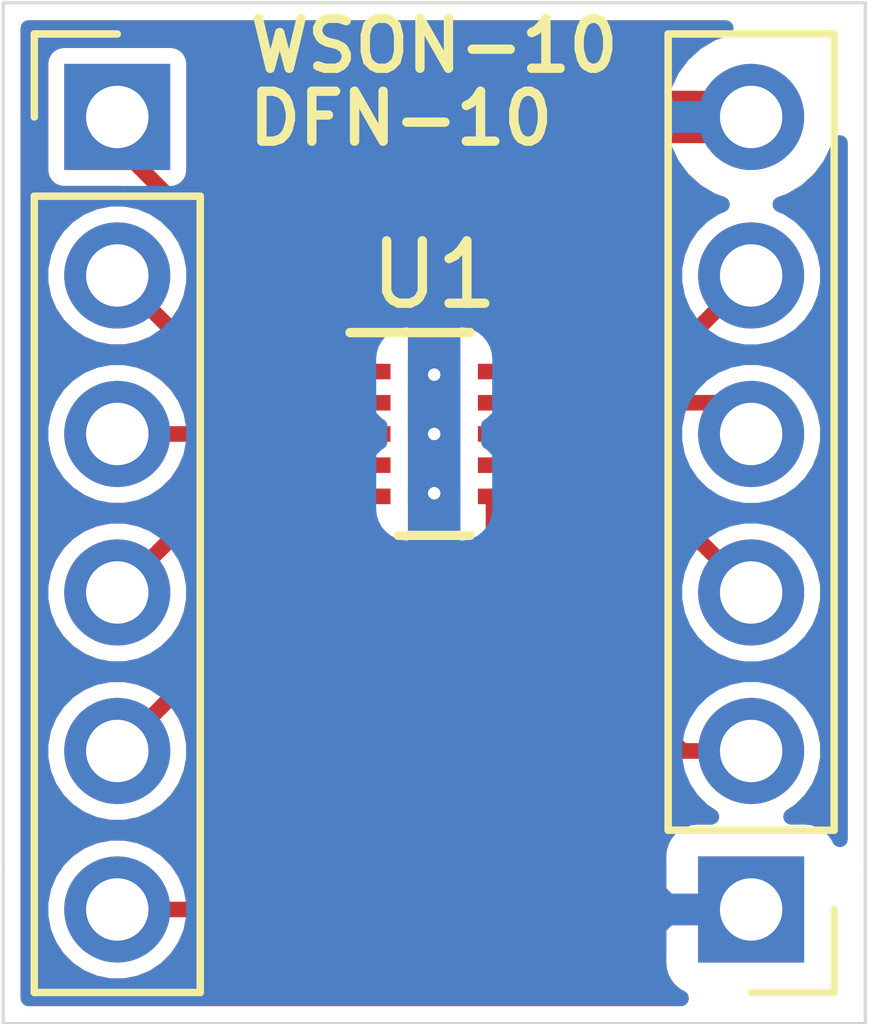
<source format=kicad_pcb>
(kicad_pcb (version 20171130) (host pcbnew "(5.1.5-0-10_14)")

  (general
    (thickness 1.6)
    (drawings 8)
    (tracks 34)
    (zones 0)
    (modules 3)
    (nets 12)
  )

  (page A4)
  (layers
    (0 F.Cu signal)
    (31 B.Cu signal)
    (32 B.Adhes user)
    (33 F.Adhes user)
    (34 B.Paste user)
    (35 F.Paste user)
    (36 B.SilkS user)
    (37 F.SilkS user)
    (38 B.Mask user)
    (39 F.Mask user)
    (40 Dwgs.User user)
    (41 Cmts.User user)
    (42 Eco1.User user)
    (43 Eco2.User user)
    (44 Edge.Cuts user)
    (45 Margin user)
    (46 B.CrtYd user)
    (47 F.CrtYd user)
    (48 B.Fab user)
    (49 F.Fab user)
  )

  (setup
    (last_trace_width 0.84)
    (user_trace_width 0.25)
    (user_trace_width 0.84)
    (trace_clearance 0.2)
    (zone_clearance 0.254)
    (zone_45_only no)
    (trace_min 0.2)
    (via_size 0.8)
    (via_drill 0.4)
    (via_min_size 0.4)
    (via_min_drill 0.3)
    (uvia_size 0.3)
    (uvia_drill 0.1)
    (uvias_allowed no)
    (uvia_min_size 0.2)
    (uvia_min_drill 0.1)
    (edge_width 0.05)
    (segment_width 0.2)
    (pcb_text_width 0.3)
    (pcb_text_size 1.5 1.5)
    (mod_edge_width 0.12)
    (mod_text_size 1 1)
    (mod_text_width 0.15)
    (pad_size 1.524 1.524)
    (pad_drill 0.762)
    (pad_to_mask_clearance 0.051)
    (solder_mask_min_width 0.25)
    (aux_axis_origin 0 0)
    (visible_elements FFFFFF7F)
    (pcbplotparams
      (layerselection 0x010fc_ffffffff)
      (usegerberextensions false)
      (usegerberattributes false)
      (usegerberadvancedattributes false)
      (creategerberjobfile false)
      (excludeedgelayer true)
      (linewidth 0.100000)
      (plotframeref false)
      (viasonmask false)
      (mode 1)
      (useauxorigin false)
      (hpglpennumber 1)
      (hpglpenspeed 20)
      (hpglpendiameter 15.000000)
      (psnegative false)
      (psa4output false)
      (plotreference true)
      (plotvalue true)
      (plotinvisibletext false)
      (padsonsilk false)
      (subtractmaskfromsilk false)
      (outputformat 1)
      (mirror false)
      (drillshape 1)
      (scaleselection 1)
      (outputdirectory ""))
  )

  (net 0 "")
  (net 1 PAD)
  (net 2 VOS)
  (net 3 SW)
  (net 4 nSLEEP)
  (net 5 PG)
  (net 6 AGND)
  (net 7 FB)
  (net 8 EN)
  (net 9 VIN)
  (net 10 PGND)
  (net 11 NC)

  (net_class Default "This is the default net class."
    (clearance 0.2)
    (trace_width 0.25)
    (via_dia 0.8)
    (via_drill 0.4)
    (uvia_dia 0.3)
    (uvia_drill 0.1)
    (add_net AGND)
    (add_net EN)
    (add_net FB)
    (add_net NC)
    (add_net PAD)
    (add_net PG)
    (add_net PGND)
    (add_net SW)
    (add_net VIN)
    (add_net VOS)
    (add_net nSLEEP)
  )

  (module Connector_PinHeader_2.54mm:PinHeader_1x06_P2.54mm_Vertical (layer F.Cu) (tedit 59FED5CC) (tstamp 5ED7F8DB)
    (at 72.2376 64.516 180)
    (descr "Through hole straight pin header, 1x06, 2.54mm pitch, single row")
    (tags "Through hole pin header THT 1x06 2.54mm single row")
    (path /5ED943AD)
    (fp_text reference J2 (at 0 -2.33) (layer F.SilkS) hide
      (effects (font (size 1 1) (thickness 0.15)))
    )
    (fp_text value Conn_01x06_Male (at 0 15.03) (layer F.Fab) hide
      (effects (font (size 1 1) (thickness 0.15)))
    )
    (fp_text user %R (at 0 6.35 90) (layer F.Fab) hide
      (effects (font (size 1 1) (thickness 0.15)))
    )
    (fp_line (start 1.8 -1.8) (end -1.8 -1.8) (layer F.CrtYd) (width 0.05))
    (fp_line (start 1.8 14.5) (end 1.8 -1.8) (layer F.CrtYd) (width 0.05))
    (fp_line (start -1.8 14.5) (end 1.8 14.5) (layer F.CrtYd) (width 0.05))
    (fp_line (start -1.8 -1.8) (end -1.8 14.5) (layer F.CrtYd) (width 0.05))
    (fp_line (start -1.33 -1.33) (end 0 -1.33) (layer F.SilkS) (width 0.12))
    (fp_line (start -1.33 0) (end -1.33 -1.33) (layer F.SilkS) (width 0.12))
    (fp_line (start -1.33 1.27) (end 1.33 1.27) (layer F.SilkS) (width 0.12))
    (fp_line (start 1.33 1.27) (end 1.33 14.03) (layer F.SilkS) (width 0.12))
    (fp_line (start -1.33 1.27) (end -1.33 14.03) (layer F.SilkS) (width 0.12))
    (fp_line (start -1.33 14.03) (end 1.33 14.03) (layer F.SilkS) (width 0.12))
    (fp_line (start -1.27 -0.635) (end -0.635 -1.27) (layer F.Fab) (width 0.1))
    (fp_line (start -1.27 13.97) (end -1.27 -0.635) (layer F.Fab) (width 0.1))
    (fp_line (start 1.27 13.97) (end -1.27 13.97) (layer F.Fab) (width 0.1))
    (fp_line (start 1.27 -1.27) (end 1.27 13.97) (layer F.Fab) (width 0.1))
    (fp_line (start -0.635 -1.27) (end 1.27 -1.27) (layer F.Fab) (width 0.1))
    (pad 6 thru_hole oval (at 0 12.7 180) (size 1.7 1.7) (drill 1) (layers *.Cu *.Mask)
      (net 1 PAD))
    (pad 5 thru_hole oval (at 0 10.16 180) (size 1.7 1.7) (drill 1) (layers *.Cu *.Mask)
      (net 2 VOS))
    (pad 4 thru_hole oval (at 0 7.62 180) (size 1.7 1.7) (drill 1) (layers *.Cu *.Mask)
      (net 3 SW))
    (pad 3 thru_hole oval (at 0 5.08 180) (size 1.7 1.7) (drill 1) (layers *.Cu *.Mask)
      (net 4 nSLEEP))
    (pad 2 thru_hole oval (at 0 2.54 180) (size 1.7 1.7) (drill 1) (layers *.Cu *.Mask)
      (net 5 PG))
    (pad 1 thru_hole rect (at 0 0 180) (size 1.7 1.7) (drill 1) (layers *.Cu *.Mask)
      (net 1 PAD))
    (model ${KISYS3DMOD}/Connector_PinHeader_2.54mm.3dshapes/PinHeader_1x06_P2.54mm_Vertical.wrl
      (at (xyz 0 0 0))
      (scale (xyz 1 1 1))
      (rotate (xyz 0 0 0))
    )
  )

  (module Connector_PinHeader_2.54mm:PinHeader_1x06_P2.54mm_Vertical (layer F.Cu) (tedit 59FED5CC) (tstamp 5ED7F8C1)
    (at 62.0776 51.816)
    (descr "Through hole straight pin header, 1x06, 2.54mm pitch, single row")
    (tags "Through hole pin header THT 1x06 2.54mm single row")
    (path /5ED9287E)
    (fp_text reference J1 (at 0 -2.33) (layer F.SilkS) hide
      (effects (font (size 1 1) (thickness 0.15)))
    )
    (fp_text value Conn_01x06_Male (at 0 15.03) (layer F.Fab) hide
      (effects (font (size 1 1) (thickness 0.15)))
    )
    (fp_text user %R (at 0 6.35 90) (layer F.Fab) hide
      (effects (font (size 1 1) (thickness 0.15)))
    )
    (fp_line (start 1.8 -1.8) (end -1.8 -1.8) (layer F.CrtYd) (width 0.05))
    (fp_line (start 1.8 14.5) (end 1.8 -1.8) (layer F.CrtYd) (width 0.05))
    (fp_line (start -1.8 14.5) (end 1.8 14.5) (layer F.CrtYd) (width 0.05))
    (fp_line (start -1.8 -1.8) (end -1.8 14.5) (layer F.CrtYd) (width 0.05))
    (fp_line (start -1.33 -1.33) (end 0 -1.33) (layer F.SilkS) (width 0.12))
    (fp_line (start -1.33 0) (end -1.33 -1.33) (layer F.SilkS) (width 0.12))
    (fp_line (start -1.33 1.27) (end 1.33 1.27) (layer F.SilkS) (width 0.12))
    (fp_line (start 1.33 1.27) (end 1.33 14.03) (layer F.SilkS) (width 0.12))
    (fp_line (start -1.33 1.27) (end -1.33 14.03) (layer F.SilkS) (width 0.12))
    (fp_line (start -1.33 14.03) (end 1.33 14.03) (layer F.SilkS) (width 0.12))
    (fp_line (start -1.27 -0.635) (end -0.635 -1.27) (layer F.Fab) (width 0.1))
    (fp_line (start -1.27 13.97) (end -1.27 -0.635) (layer F.Fab) (width 0.1))
    (fp_line (start 1.27 13.97) (end -1.27 13.97) (layer F.Fab) (width 0.1))
    (fp_line (start 1.27 -1.27) (end 1.27 13.97) (layer F.Fab) (width 0.1))
    (fp_line (start -0.635 -1.27) (end 1.27 -1.27) (layer F.Fab) (width 0.1))
    (pad 6 thru_hole oval (at 0 12.7) (size 1.7 1.7) (drill 1) (layers *.Cu *.Mask)
      (net 6 AGND))
    (pad 5 thru_hole oval (at 0 10.16) (size 1.7 1.7) (drill 1) (layers *.Cu *.Mask)
      (net 7 FB))
    (pad 4 thru_hole oval (at 0 7.62) (size 1.7 1.7) (drill 1) (layers *.Cu *.Mask)
      (net 11 NC))
    (pad 3 thru_hole oval (at 0 5.08) (size 1.7 1.7) (drill 1) (layers *.Cu *.Mask)
      (net 8 EN))
    (pad 2 thru_hole oval (at 0 2.54) (size 1.7 1.7) (drill 1) (layers *.Cu *.Mask)
      (net 9 VIN))
    (pad 1 thru_hole rect (at 0 0) (size 1.7 1.7) (drill 1) (layers *.Cu *.Mask)
      (net 10 PGND))
    (model ${KISYS3DMOD}/Connector_PinHeader_2.54mm.3dshapes/PinHeader_1x06_P2.54mm_Vertical.wrl
      (at (xyz 0 0 0))
      (scale (xyz 1 1 1))
      (rotate (xyz 0 0 0))
    )
  )

  (module Package_SON:WSON-10-1EP_2x3mm_P0.5mm_EP0.84x2.4mm_ThermalVias (layer F.Cu) (tedit 5A65F2FF) (tstamp 5ED7E56C)
    (at 67.1576 56.896)
    (descr "WSON-10 package 2x3mm body, pitch 0.5mm, thermal vias and counter-pad, see http://www.ti.com/lit/ds/symlink/tps62177.pdf")
    (tags "WSON 0.5 thermal vias")
    (path /5ED7E347)
    (attr smd)
    (fp_text reference U1 (at 0 -2.55) (layer F.SilkS)
      (effects (font (size 1 1) (thickness 0.15)))
    )
    (fp_text value TPS62177DQC (at 0 2.55) (layer F.Fab) hide
      (effects (font (size 1 1) (thickness 0.15)))
    )
    (fp_line (start -1.35 -1.625) (end 0.575 -1.625) (layer F.SilkS) (width 0.15))
    (fp_line (start -0.575 1.625) (end 0.575 1.625) (layer F.SilkS) (width 0.15))
    (fp_line (start -1.55 1.8) (end 1.55 1.8) (layer F.CrtYd) (width 0.05))
    (fp_line (start -1.55 -1.8) (end 1.55 -1.8) (layer F.CrtYd) (width 0.05))
    (fp_line (start 1.55 -1.8) (end 1.55 1.8) (layer F.CrtYd) (width 0.05))
    (fp_line (start -1.55 -1.8) (end -1.55 1.8) (layer F.CrtYd) (width 0.05))
    (fp_line (start -1 -0.5) (end 0 -1.5) (layer F.Fab) (width 0.15))
    (fp_line (start -1 1.5) (end -1 -0.5) (layer F.Fab) (width 0.15))
    (fp_line (start 1 1.5) (end -1 1.5) (layer F.Fab) (width 0.15))
    (fp_line (start 1 -1.5) (end 1 1.5) (layer F.Fab) (width 0.15))
    (fp_line (start 0 -1.5) (end 1 -1.5) (layer F.Fab) (width 0.15))
    (fp_text user %R (at 0 0) (layer F.Fab) hide
      (effects (font (size 0.5 0.5) (thickness 0.075)))
    )
    (pad "" smd rect (at 0 0.475) (size 0.65 0.7) (layers F.Paste))
    (pad "" smd rect (at 0 -0.475) (size 0.65 0.7) (layers F.Paste))
    (pad 11 smd rect (at 0 0) (size 0.84 2.4) (layers F.Cu F.Mask)
      (net 1 PAD))
    (pad 10 smd rect (at 0.95 -1) (size 0.5 0.25) (layers F.Cu F.Paste F.Mask)
      (net 2 VOS))
    (pad 9 smd rect (at 0.95 -0.5) (size 0.5 0.25) (layers F.Cu F.Paste F.Mask)
      (net 3 SW))
    (pad 8 smd rect (at 0.95 0) (size 0.5 0.25) (layers F.Cu F.Paste F.Mask)
      (net 4 nSLEEP))
    (pad 7 smd rect (at 0.95 0.5) (size 0.5 0.25) (layers F.Cu F.Paste F.Mask)
      (net 5 PG))
    (pad 6 smd rect (at 0.95 1) (size 0.5 0.25) (layers F.Cu F.Paste F.Mask)
      (net 6 AGND))
    (pad 5 smd rect (at -0.95 1) (size 0.5 0.25) (layers F.Cu F.Paste F.Mask)
      (net 7 FB))
    (pad 4 smd rect (at -0.95 0.5) (size 0.5 0.25) (layers F.Cu F.Paste F.Mask)
      (net 11 NC))
    (pad 3 smd rect (at -0.95 0) (size 0.5 0.25) (layers F.Cu F.Paste F.Mask)
      (net 8 EN))
    (pad 2 smd rect (at -0.95 -0.5) (size 0.5 0.25) (layers F.Cu F.Paste F.Mask)
      (net 9 VIN))
    (pad 1 smd rect (at -0.95 -1) (size 0.5 0.25) (layers F.Cu F.Paste F.Mask)
      (net 10 PGND))
    (pad 11 smd rect (at 0 0) (size 0.84 2.4) (layers B.Cu)
      (net 1 PAD))
    (pad 11 thru_hole circle (at 0 0) (size 0.5 0.5) (drill 0.2) (layers *.Cu F.Mask)
      (net 1 PAD))
    (pad 11 thru_hole circle (at 0 -0.95) (size 0.5 0.5) (drill 0.2) (layers *.Cu F.Mask)
      (net 1 PAD))
    (pad 11 thru_hole circle (at 0 0.95) (size 0.5 0.5) (drill 0.2) (layers *.Cu F.Mask)
      (net 1 PAD))
    (model ${KISYS3DMOD}/Package_SON.3dshapes/WSON-10-1EP_2x3mm_Pitch0.5mm_EP0.84x2.4mm.wrl
      (at (xyz 0 0 0))
      (scale (xyz 1 1 1))
      (rotate (xyz 0 0 0))
    )
  )

  (gr_line (start 74.0664 63.8048) (end 74.0664 66.3448) (layer Edge.Cuts) (width 0.05) (tstamp 5ED80964))
  (gr_line (start 60.2488 66.3448) (end 74.0664 66.3448) (layer Edge.Cuts) (width 0.05))
  (gr_line (start 60.2488 63.8048) (end 60.2488 66.3448) (layer Edge.Cuts) (width 0.05))
  (gr_text DFN-10 (at 66.6242 51.8414) (layer F.SilkS)
    (effects (font (size 0.8 0.8) (thickness 0.15)))
  )
  (gr_text WSON-10 (at 67.1576 50.673) (layer F.SilkS)
    (effects (font (size 0.8 0.8) (thickness 0.15)))
  )
  (gr_line (start 74.0664 49.9872) (end 60.2488 49.9872) (layer Edge.Cuts) (width 0.05) (tstamp 5ED7F299))
  (gr_line (start 74.0664 63.8048) (end 74.0664 49.9872) (layer Edge.Cuts) (width 0.05))
  (gr_line (start 60.2488 49.9872) (end 60.2488 63.8048) (layer Edge.Cuts) (width 0.05))

  (segment (start 70.1976 51.816) (end 71.035519 51.816) (width 0.84) (layer F.Cu) (net 1))
  (segment (start 67.1576 55.946) (end 67.1576 54.6354) (width 0.84) (layer B.Cu) (net 1))
  (segment (start 67.1576 57.846) (end 67.1576 59.309) (width 0.84) (layer B.Cu) (net 1))
  (segment (start 71.035519 51.816) (end 72.2376 51.816) (width 0.84) (layer F.Cu) (net 1))
  (segment (start 67.1576 56.896) (end 67.1576 54.856) (width 0.84) (layer F.Cu) (net 1))
  (segment (start 67.1576 54.856) (end 70.1976 51.816) (width 0.84) (layer F.Cu) (net 1))
  (segment (start 67.1576 57.846) (end 67.1576 59.3598) (width 0.84) (layer F.Cu) (net 1))
  (segment (start 70.6976 55.896) (end 72.2376 54.356) (width 0.25) (layer F.Cu) (net 2))
  (segment (start 68.1076 55.896) (end 70.6976 55.896) (width 0.25) (layer F.Cu) (net 2))
  (segment (start 71.7376 56.396) (end 72.2376 56.896) (width 0.25) (layer F.Cu) (net 3))
  (segment (start 68.1076 56.396) (end 71.7376 56.396) (width 0.25) (layer F.Cu) (net 3))
  (segment (start 71.387601 58.586001) (end 72.2376 59.436) (width 0.25) (layer F.Cu) (net 4))
  (segment (start 69.747599 56.945999) (end 71.387601 58.586001) (width 0.25) (layer F.Cu) (net 4))
  (segment (start 68.248999 56.945999) (end 69.747599 56.945999) (width 0.25) (layer F.Cu) (net 4))
  (segment (start 68.199 56.896) (end 68.248999 56.945999) (width 0.25) (layer F.Cu) (net 4))
  (segment (start 68.1076 56.896) (end 68.199 56.896) (width 0.25) (layer F.Cu) (net 4))
  (segment (start 68.6076 57.396) (end 70.5866 59.375) (width 0.25) (layer F.Cu) (net 5))
  (segment (start 68.1076 57.396) (end 68.6076 57.396) (width 0.25) (layer F.Cu) (net 5))
  (segment (start 71.1376 61.976) (end 72.2376 61.976) (width 0.25) (layer F.Cu) (net 5))
  (segment (start 70.5866 61.425) (end 71.1376 61.976) (width 0.25) (layer F.Cu) (net 5))
  (segment (start 70.5866 59.375) (end 70.5866 61.425) (width 0.25) (layer F.Cu) (net 5))
  (segment (start 62.0776 64.516) (end 65.6082 64.516) (width 0.25) (layer F.Cu) (net 6))
  (segment (start 68.1076 62.0166) (end 68.1076 57.896) (width 0.25) (layer F.Cu) (net 6))
  (segment (start 65.6082 64.516) (end 68.1076 62.0166) (width 0.25) (layer F.Cu) (net 6))
  (segment (start 66.1576 57.896) (end 66.2076 57.896) (width 0.25) (layer F.Cu) (net 7))
  (segment (start 62.0776 61.976) (end 66.1576 57.896) (width 0.25) (layer F.Cu) (net 7))
  (segment (start 62.0776 56.896) (end 66.2076 56.896) (width 0.25) (layer F.Cu) (net 8))
  (segment (start 64.1176 56.396) (end 66.2076 56.396) (width 0.25) (layer F.Cu) (net 9))
  (segment (start 62.0776 54.356) (end 64.1176 56.396) (width 0.25) (layer F.Cu) (net 9))
  (segment (start 62.0776 52.266) (end 62.0776 51.816) (width 0.25) (layer F.Cu) (net 10))
  (segment (start 65.7076 55.896) (end 62.0776 52.266) (width 0.25) (layer F.Cu) (net 10))
  (segment (start 66.2076 55.896) (end 65.7076 55.896) (width 0.25) (layer F.Cu) (net 10))
  (segment (start 64.1176 57.396) (end 62.0776 59.436) (width 0.25) (layer F.Cu) (net 11))
  (segment (start 66.2076 57.396) (end 64.1176 57.396) (width 0.25) (layer F.Cu) (net 11))

  (zone (net 1) (net_name PAD) (layer B.Cu) (tstamp 0) (hatch edge 0.508)
    (connect_pads (clearance 0.254))
    (min_thickness 0.254)
    (fill yes (arc_segments 32) (thermal_gap 0.508) (thermal_bridge_width 0.508))
    (polygon
      (pts
        (xy 74.1172 49.9872) (xy 74.1426 66.3194) (xy 60.198 66.3702) (xy 60.198 49.9618)
      )
    )
    (filled_polygon
      (pts
        (xy 71.606348 50.471843) (xy 71.356245 50.620822) (xy 71.140012 50.815731) (xy 70.965959 51.04908) (xy 70.840775 51.311901)
        (xy 70.796124 51.45911) (xy 70.917445 51.689) (xy 72.1106 51.689) (xy 72.1106 51.669) (xy 72.3646 51.669)
        (xy 72.3646 51.689) (xy 72.3846 51.689) (xy 72.3846 51.943) (xy 72.3646 51.943) (xy 72.3646 51.963)
        (xy 72.1106 51.963) (xy 72.1106 51.943) (xy 70.917445 51.943) (xy 70.796124 52.17289) (xy 70.840775 52.320099)
        (xy 70.965959 52.58292) (xy 71.140012 52.816269) (xy 71.356245 53.011178) (xy 71.606348 53.160157) (xy 71.768768 53.217772)
        (xy 71.654503 53.265102) (xy 71.452883 53.39982) (xy 71.28142 53.571283) (xy 71.146702 53.772903) (xy 71.053907 53.996931)
        (xy 71.0066 54.234757) (xy 71.0066 54.477243) (xy 71.053907 54.715069) (xy 71.146702 54.939097) (xy 71.28142 55.140717)
        (xy 71.452883 55.31218) (xy 71.654503 55.446898) (xy 71.878531 55.539693) (xy 72.116357 55.587) (xy 72.358843 55.587)
        (xy 72.596669 55.539693) (xy 72.820697 55.446898) (xy 73.022317 55.31218) (xy 73.19378 55.140717) (xy 73.328498 54.939097)
        (xy 73.421293 54.715069) (xy 73.4686 54.477243) (xy 73.4686 54.234757) (xy 73.421293 53.996931) (xy 73.328498 53.772903)
        (xy 73.19378 53.571283) (xy 73.022317 53.39982) (xy 72.820697 53.265102) (xy 72.706432 53.217772) (xy 72.868852 53.160157)
        (xy 73.118955 53.011178) (xy 73.335188 52.816269) (xy 73.509241 52.58292) (xy 73.634425 52.320099) (xy 73.660401 52.23446)
        (xy 73.6604 63.390573) (xy 73.618137 63.311506) (xy 73.538785 63.214815) (xy 73.442094 63.135463) (xy 73.33178 63.076498)
        (xy 73.212082 63.040188) (xy 73.0876 63.027928) (xy 72.877306 63.029073) (xy 73.022317 62.93218) (xy 73.19378 62.760717)
        (xy 73.328498 62.559097) (xy 73.421293 62.335069) (xy 73.4686 62.097243) (xy 73.4686 61.854757) (xy 73.421293 61.616931)
        (xy 73.328498 61.392903) (xy 73.19378 61.191283) (xy 73.022317 61.01982) (xy 72.820697 60.885102) (xy 72.596669 60.792307)
        (xy 72.358843 60.745) (xy 72.116357 60.745) (xy 71.878531 60.792307) (xy 71.654503 60.885102) (xy 71.452883 61.01982)
        (xy 71.28142 61.191283) (xy 71.146702 61.392903) (xy 71.053907 61.616931) (xy 71.0066 61.854757) (xy 71.0066 62.097243)
        (xy 71.053907 62.335069) (xy 71.146702 62.559097) (xy 71.28142 62.760717) (xy 71.452883 62.93218) (xy 71.597894 63.029073)
        (xy 71.3876 63.027928) (xy 71.263118 63.040188) (xy 71.14342 63.076498) (xy 71.033106 63.135463) (xy 70.936415 63.214815)
        (xy 70.857063 63.311506) (xy 70.798098 63.42182) (xy 70.761788 63.541518) (xy 70.749528 63.666) (xy 70.7526 64.23025)
        (xy 70.91135 64.389) (xy 72.1106 64.389) (xy 72.1106 64.369) (xy 72.3646 64.369) (xy 72.3646 64.389)
        (xy 72.3846 64.389) (xy 72.3846 64.643) (xy 72.3646 64.643) (xy 72.3646 64.663) (xy 72.1106 64.663)
        (xy 72.1106 64.643) (xy 70.91135 64.643) (xy 70.7526 64.80175) (xy 70.749528 65.366) (xy 70.761788 65.490482)
        (xy 70.798098 65.61018) (xy 70.857063 65.720494) (xy 70.936415 65.817185) (xy 71.033106 65.896537) (xy 71.112173 65.9388)
        (xy 60.6548 65.9388) (xy 60.6548 64.394757) (xy 60.8466 64.394757) (xy 60.8466 64.637243) (xy 60.893907 64.875069)
        (xy 60.986702 65.099097) (xy 61.12142 65.300717) (xy 61.292883 65.47218) (xy 61.494503 65.606898) (xy 61.718531 65.699693)
        (xy 61.956357 65.747) (xy 62.198843 65.747) (xy 62.436669 65.699693) (xy 62.660697 65.606898) (xy 62.862317 65.47218)
        (xy 63.03378 65.300717) (xy 63.168498 65.099097) (xy 63.261293 64.875069) (xy 63.3086 64.637243) (xy 63.3086 64.394757)
        (xy 63.261293 64.156931) (xy 63.168498 63.932903) (xy 63.03378 63.731283) (xy 62.862317 63.55982) (xy 62.660697 63.425102)
        (xy 62.436669 63.332307) (xy 62.198843 63.285) (xy 61.956357 63.285) (xy 61.718531 63.332307) (xy 61.494503 63.425102)
        (xy 61.292883 63.55982) (xy 61.12142 63.731283) (xy 60.986702 63.932903) (xy 60.893907 64.156931) (xy 60.8466 64.394757)
        (xy 60.6548 64.394757) (xy 60.6548 61.854757) (xy 60.8466 61.854757) (xy 60.8466 62.097243) (xy 60.893907 62.335069)
        (xy 60.986702 62.559097) (xy 61.12142 62.760717) (xy 61.292883 62.93218) (xy 61.494503 63.066898) (xy 61.718531 63.159693)
        (xy 61.956357 63.207) (xy 62.198843 63.207) (xy 62.436669 63.159693) (xy 62.660697 63.066898) (xy 62.862317 62.93218)
        (xy 63.03378 62.760717) (xy 63.168498 62.559097) (xy 63.261293 62.335069) (xy 63.3086 62.097243) (xy 63.3086 61.854757)
        (xy 63.261293 61.616931) (xy 63.168498 61.392903) (xy 63.03378 61.191283) (xy 62.862317 61.01982) (xy 62.660697 60.885102)
        (xy 62.436669 60.792307) (xy 62.198843 60.745) (xy 61.956357 60.745) (xy 61.718531 60.792307) (xy 61.494503 60.885102)
        (xy 61.292883 61.01982) (xy 61.12142 61.191283) (xy 60.986702 61.392903) (xy 60.893907 61.616931) (xy 60.8466 61.854757)
        (xy 60.6548 61.854757) (xy 60.6548 59.314757) (xy 60.8466 59.314757) (xy 60.8466 59.557243) (xy 60.893907 59.795069)
        (xy 60.986702 60.019097) (xy 61.12142 60.220717) (xy 61.292883 60.39218) (xy 61.494503 60.526898) (xy 61.718531 60.619693)
        (xy 61.956357 60.667) (xy 62.198843 60.667) (xy 62.436669 60.619693) (xy 62.660697 60.526898) (xy 62.862317 60.39218)
        (xy 63.03378 60.220717) (xy 63.168498 60.019097) (xy 63.261293 59.795069) (xy 63.3086 59.557243) (xy 63.3086 59.314757)
        (xy 71.0066 59.314757) (xy 71.0066 59.557243) (xy 71.053907 59.795069) (xy 71.146702 60.019097) (xy 71.28142 60.220717)
        (xy 71.452883 60.39218) (xy 71.654503 60.526898) (xy 71.878531 60.619693) (xy 72.116357 60.667) (xy 72.358843 60.667)
        (xy 72.596669 60.619693) (xy 72.820697 60.526898) (xy 73.022317 60.39218) (xy 73.19378 60.220717) (xy 73.328498 60.019097)
        (xy 73.421293 59.795069) (xy 73.4686 59.557243) (xy 73.4686 59.314757) (xy 73.421293 59.076931) (xy 73.328498 58.852903)
        (xy 73.19378 58.651283) (xy 73.022317 58.47982) (xy 72.820697 58.345102) (xy 72.596669 58.252307) (xy 72.358843 58.205)
        (xy 72.116357 58.205) (xy 71.878531 58.252307) (xy 71.654503 58.345102) (xy 71.452883 58.47982) (xy 71.28142 58.651283)
        (xy 71.146702 58.852903) (xy 71.053907 59.076931) (xy 71.0066 59.314757) (xy 63.3086 59.314757) (xy 63.261293 59.076931)
        (xy 63.168498 58.852903) (xy 63.03378 58.651283) (xy 62.862317 58.47982) (xy 62.660697 58.345102) (xy 62.436669 58.252307)
        (xy 62.198843 58.205) (xy 61.956357 58.205) (xy 61.718531 58.252307) (xy 61.494503 58.345102) (xy 61.292883 58.47982)
        (xy 61.12142 58.651283) (xy 60.986702 58.852903) (xy 60.893907 59.076931) (xy 60.8466 59.314757) (xy 60.6548 59.314757)
        (xy 60.6548 56.774757) (xy 60.8466 56.774757) (xy 60.8466 57.017243) (xy 60.893907 57.255069) (xy 60.986702 57.479097)
        (xy 61.12142 57.680717) (xy 61.292883 57.85218) (xy 61.494503 57.986898) (xy 61.718531 58.079693) (xy 61.956357 58.127)
        (xy 62.198843 58.127) (xy 62.436669 58.079693) (xy 62.660697 57.986898) (xy 62.862317 57.85218) (xy 63.03378 57.680717)
        (xy 63.168498 57.479097) (xy 63.261293 57.255069) (xy 63.3086 57.017243) (xy 63.3086 56.774757) (xy 63.261293 56.536931)
        (xy 63.168498 56.312903) (xy 63.03378 56.111283) (xy 62.862317 55.93982) (xy 62.660697 55.805102) (xy 62.436669 55.712307)
        (xy 62.354689 55.696) (xy 66.099528 55.696) (xy 66.1026 56.61025) (xy 66.26135 56.769) (xy 66.280586 56.769)
        (xy 66.272487 56.809998) (xy 66.272716 56.984328) (xy 66.280461 57.023) (xy 66.26135 57.023) (xy 66.1026 57.18175)
        (xy 66.099528 58.096) (xy 66.111788 58.220482) (xy 66.148098 58.34018) (xy 66.207063 58.450494) (xy 66.286415 58.547185)
        (xy 66.383106 58.626537) (xy 66.49342 58.685502) (xy 66.613118 58.721812) (xy 66.7376 58.734072) (xy 66.87185 58.731)
        (xy 66.904706 58.698144) (xy 67.071598 58.731113) (xy 67.245928 58.730884) (xy 67.410311 58.697961) (xy 67.44335 58.731)
        (xy 67.5776 58.734072) (xy 67.702082 58.721812) (xy 67.82178 58.685502) (xy 67.932094 58.626537) (xy 68.028785 58.547185)
        (xy 68.108137 58.450494) (xy 68.167102 58.34018) (xy 68.203412 58.220482) (xy 68.215672 58.096) (xy 68.2126 57.18175)
        (xy 68.05385 57.023) (xy 68.034614 57.023) (xy 68.042713 56.982002) (xy 68.042484 56.807672) (xy 68.035892 56.774757)
        (xy 71.0066 56.774757) (xy 71.0066 57.017243) (xy 71.053907 57.255069) (xy 71.146702 57.479097) (xy 71.28142 57.680717)
        (xy 71.452883 57.85218) (xy 71.654503 57.986898) (xy 71.878531 58.079693) (xy 72.116357 58.127) (xy 72.358843 58.127)
        (xy 72.596669 58.079693) (xy 72.820697 57.986898) (xy 73.022317 57.85218) (xy 73.19378 57.680717) (xy 73.328498 57.479097)
        (xy 73.421293 57.255069) (xy 73.4686 57.017243) (xy 73.4686 56.774757) (xy 73.421293 56.536931) (xy 73.328498 56.312903)
        (xy 73.19378 56.111283) (xy 73.022317 55.93982) (xy 72.820697 55.805102) (xy 72.596669 55.712307) (xy 72.358843 55.665)
        (xy 72.116357 55.665) (xy 71.878531 55.712307) (xy 71.654503 55.805102) (xy 71.452883 55.93982) (xy 71.28142 56.111283)
        (xy 71.146702 56.312903) (xy 71.053907 56.536931) (xy 71.0066 56.774757) (xy 68.035892 56.774757) (xy 68.034739 56.769)
        (xy 68.05385 56.769) (xy 68.2126 56.61025) (xy 68.215672 55.696) (xy 68.203412 55.571518) (xy 68.167102 55.45182)
        (xy 68.108137 55.341506) (xy 68.028785 55.244815) (xy 67.932094 55.165463) (xy 67.82178 55.106498) (xy 67.702082 55.070188)
        (xy 67.5776 55.057928) (xy 67.44335 55.061) (xy 67.410494 55.093856) (xy 67.243602 55.060887) (xy 67.069272 55.061116)
        (xy 66.904889 55.094039) (xy 66.87185 55.061) (xy 66.7376 55.057928) (xy 66.613118 55.070188) (xy 66.49342 55.106498)
        (xy 66.383106 55.165463) (xy 66.286415 55.244815) (xy 66.207063 55.341506) (xy 66.148098 55.45182) (xy 66.111788 55.571518)
        (xy 66.099528 55.696) (xy 62.354689 55.696) (xy 62.198843 55.665) (xy 61.956357 55.665) (xy 61.718531 55.712307)
        (xy 61.494503 55.805102) (xy 61.292883 55.93982) (xy 61.12142 56.111283) (xy 60.986702 56.312903) (xy 60.893907 56.536931)
        (xy 60.8466 56.774757) (xy 60.6548 56.774757) (xy 60.6548 54.234757) (xy 60.8466 54.234757) (xy 60.8466 54.477243)
        (xy 60.893907 54.715069) (xy 60.986702 54.939097) (xy 61.12142 55.140717) (xy 61.292883 55.31218) (xy 61.494503 55.446898)
        (xy 61.718531 55.539693) (xy 61.956357 55.587) (xy 62.198843 55.587) (xy 62.436669 55.539693) (xy 62.660697 55.446898)
        (xy 62.862317 55.31218) (xy 63.03378 55.140717) (xy 63.168498 54.939097) (xy 63.261293 54.715069) (xy 63.3086 54.477243)
        (xy 63.3086 54.234757) (xy 63.261293 53.996931) (xy 63.168498 53.772903) (xy 63.03378 53.571283) (xy 62.862317 53.39982)
        (xy 62.660697 53.265102) (xy 62.436669 53.172307) (xy 62.198843 53.125) (xy 61.956357 53.125) (xy 61.718531 53.172307)
        (xy 61.494503 53.265102) (xy 61.292883 53.39982) (xy 61.12142 53.571283) (xy 60.986702 53.772903) (xy 60.893907 53.996931)
        (xy 60.8466 54.234757) (xy 60.6548 54.234757) (xy 60.6548 50.966) (xy 60.844757 50.966) (xy 60.844757 52.666)
        (xy 60.852113 52.740689) (xy 60.873899 52.812508) (xy 60.909278 52.878696) (xy 60.956889 52.936711) (xy 61.014904 52.984322)
        (xy 61.081092 53.019701) (xy 61.152911 53.041487) (xy 61.2276 53.048843) (xy 62.9276 53.048843) (xy 63.002289 53.041487)
        (xy 63.074108 53.019701) (xy 63.140296 52.984322) (xy 63.198311 52.936711) (xy 63.245922 52.878696) (xy 63.281301 52.812508)
        (xy 63.303087 52.740689) (xy 63.310443 52.666) (xy 63.310443 50.966) (xy 63.303087 50.891311) (xy 63.281301 50.819492)
        (xy 63.245922 50.753304) (xy 63.198311 50.695289) (xy 63.140296 50.647678) (xy 63.074108 50.612299) (xy 63.002289 50.590513)
        (xy 62.9276 50.583157) (xy 61.2276 50.583157) (xy 61.152911 50.590513) (xy 61.081092 50.612299) (xy 61.014904 50.647678)
        (xy 60.956889 50.695289) (xy 60.909278 50.753304) (xy 60.873899 50.819492) (xy 60.852113 50.891311) (xy 60.844757 50.966)
        (xy 60.6548 50.966) (xy 60.6548 50.3932) (xy 71.828046 50.3932)
      )
    )
    (filled_polygon
      (pts
        (xy 67.071598 57.781113) (xy 67.245928 57.780884) (xy 67.2846 57.773139) (xy 67.2846 57.92689) (xy 67.174571 58.036919)
        (xy 67.1576 58.019948) (xy 67.140629 58.036919) (xy 67.0306 57.92689) (xy 67.0306 57.773014)
      )
    )
    (filled_polygon
      (pts
        (xy 67.071598 56.831113) (xy 67.245928 56.830884) (xy 67.291289 56.821799) (xy 67.348519 56.879029) (xy 67.331548 56.896)
        (xy 67.348519 56.912971) (xy 67.2912 56.97029) (xy 67.243602 56.960887) (xy 67.069272 56.961116) (xy 67.023911 56.970201)
        (xy 66.966681 56.912971) (xy 66.983652 56.896) (xy 66.966681 56.879029) (xy 67.024 56.82171)
      )
    )
    (filled_polygon
      (pts
        (xy 67.2846 55.86511) (xy 67.2846 56.018986) (xy 67.243602 56.010887) (xy 67.069272 56.011116) (xy 67.0306 56.018861)
        (xy 67.0306 55.86511) (xy 67.140629 55.755081) (xy 67.1576 55.772052) (xy 67.174571 55.755081)
      )
    )
  )
  (zone (net 1) (net_name PAD) (layer F.Cu) (tstamp 0) (hatch edge 0.508)
    (connect_pads (clearance 0.254))
    (min_thickness 0.254)
    (fill yes (arc_segments 32) (thermal_gap 0.508) (thermal_bridge_width 0.508))
    (polygon
      (pts
        (xy 74.1172 66.3194) (xy 60.198 66.3702) (xy 60.198 49.9618) (xy 74.1172 49.9618)
      )
    )
    (filled_polygon
      (pts
        (xy 71.606348 50.471843) (xy 71.356245 50.620822) (xy 71.140012 50.815731) (xy 70.965959 51.04908) (xy 70.840775 51.311901)
        (xy 70.796124 51.45911) (xy 70.917445 51.689) (xy 72.1106 51.689) (xy 72.1106 51.669) (xy 72.3646 51.669)
        (xy 72.3646 51.689) (xy 72.3846 51.689) (xy 72.3846 51.943) (xy 72.3646 51.943) (xy 72.3646 51.963)
        (xy 72.1106 51.963) (xy 72.1106 51.943) (xy 70.917445 51.943) (xy 70.796124 52.17289) (xy 70.840775 52.320099)
        (xy 70.965959 52.58292) (xy 71.140012 52.816269) (xy 71.356245 53.011178) (xy 71.606348 53.160157) (xy 71.768768 53.217772)
        (xy 71.654503 53.265102) (xy 71.452883 53.39982) (xy 71.28142 53.571283) (xy 71.146702 53.772903) (xy 71.053907 53.996931)
        (xy 71.0066 54.234757) (xy 71.0066 54.477243) (xy 71.053907 54.715069) (xy 71.085842 54.792167) (xy 70.488009 55.39)
        (xy 68.376313 55.39) (xy 68.3576 55.388157) (xy 68.133073 55.388157) (xy 68.108137 55.341506) (xy 68.028785 55.244815)
        (xy 67.932094 55.165463) (xy 67.82178 55.106498) (xy 67.702082 55.070188) (xy 67.5776 55.057928) (xy 67.44335 55.061)
        (xy 67.410494 55.093856) (xy 67.284602 55.068986) (xy 67.284602 55.061) (xy 67.244174 55.061) (xy 67.243602 55.060887)
        (xy 67.157579 55.061) (xy 67.030598 55.061) (xy 67.030598 55.068862) (xy 66.904889 55.094039) (xy 66.87185 55.061)
        (xy 66.7376 55.057928) (xy 66.613118 55.070188) (xy 66.49342 55.106498) (xy 66.383106 55.165463) (xy 66.286415 55.244815)
        (xy 66.207063 55.341506) (xy 66.182127 55.388157) (xy 65.9576 55.388157) (xy 65.938887 55.39) (xy 65.917192 55.39)
        (xy 63.294893 52.767702) (xy 63.303087 52.740689) (xy 63.310443 52.666) (xy 63.310443 50.966) (xy 63.303087 50.891311)
        (xy 63.281301 50.819492) (xy 63.245922 50.753304) (xy 63.198311 50.695289) (xy 63.140296 50.647678) (xy 63.074108 50.612299)
        (xy 63.002289 50.590513) (xy 62.9276 50.583157) (xy 61.2276 50.583157) (xy 61.152911 50.590513) (xy 61.081092 50.612299)
        (xy 61.014904 50.647678) (xy 60.956889 50.695289) (xy 60.909278 50.753304) (xy 60.873899 50.819492) (xy 60.852113 50.891311)
        (xy 60.844757 50.966) (xy 60.844757 52.666) (xy 60.852113 52.740689) (xy 60.873899 52.812508) (xy 60.909278 52.878696)
        (xy 60.956889 52.936711) (xy 61.014904 52.984322) (xy 61.081092 53.019701) (xy 61.152911 53.041487) (xy 61.2276 53.048843)
        (xy 62.144852 53.048843) (xy 62.226513 53.130504) (xy 62.198843 53.125) (xy 61.956357 53.125) (xy 61.718531 53.172307)
        (xy 61.494503 53.265102) (xy 61.292883 53.39982) (xy 61.12142 53.571283) (xy 60.986702 53.772903) (xy 60.893907 53.996931)
        (xy 60.8466 54.234757) (xy 60.8466 54.477243) (xy 60.893907 54.715069) (xy 60.986702 54.939097) (xy 61.12142 55.140717)
        (xy 61.292883 55.31218) (xy 61.494503 55.446898) (xy 61.718531 55.539693) (xy 61.956357 55.587) (xy 62.198843 55.587)
        (xy 62.436669 55.539693) (xy 62.513767 55.507758) (xy 63.396008 56.39) (xy 63.200432 56.39) (xy 63.168498 56.312903)
        (xy 63.03378 56.111283) (xy 62.862317 55.93982) (xy 62.660697 55.805102) (xy 62.436669 55.712307) (xy 62.198843 55.665)
        (xy 61.956357 55.665) (xy 61.718531 55.712307) (xy 61.494503 55.805102) (xy 61.292883 55.93982) (xy 61.12142 56.111283)
        (xy 60.986702 56.312903) (xy 60.893907 56.536931) (xy 60.8466 56.774757) (xy 60.8466 57.017243) (xy 60.893907 57.255069)
        (xy 60.986702 57.479097) (xy 61.12142 57.680717) (xy 61.292883 57.85218) (xy 61.494503 57.986898) (xy 61.718531 58.079693)
        (xy 61.956357 58.127) (xy 62.198843 58.127) (xy 62.436669 58.079693) (xy 62.660697 57.986898) (xy 62.862317 57.85218)
        (xy 63.03378 57.680717) (xy 63.168498 57.479097) (xy 63.200432 57.402) (xy 63.396008 57.402) (xy 62.513767 58.284242)
        (xy 62.436669 58.252307) (xy 62.198843 58.205) (xy 61.956357 58.205) (xy 61.718531 58.252307) (xy 61.494503 58.345102)
        (xy 61.292883 58.47982) (xy 61.12142 58.651283) (xy 60.986702 58.852903) (xy 60.893907 59.076931) (xy 60.8466 59.314757)
        (xy 60.8466 59.557243) (xy 60.893907 59.795069) (xy 60.986702 60.019097) (xy 61.12142 60.220717) (xy 61.292883 60.39218)
        (xy 61.494503 60.526898) (xy 61.718531 60.619693) (xy 61.956357 60.667) (xy 62.198843 60.667) (xy 62.436669 60.619693)
        (xy 62.660697 60.526898) (xy 62.862317 60.39218) (xy 63.03378 60.220717) (xy 63.168498 60.019097) (xy 63.261293 59.795069)
        (xy 63.3086 59.557243) (xy 63.3086 59.314757) (xy 63.261293 59.076931) (xy 63.229358 58.999833) (xy 64.327192 57.902)
        (xy 65.436008 57.902) (xy 62.513767 60.824242) (xy 62.436669 60.792307) (xy 62.198843 60.745) (xy 61.956357 60.745)
        (xy 61.718531 60.792307) (xy 61.494503 60.885102) (xy 61.292883 61.01982) (xy 61.12142 61.191283) (xy 60.986702 61.392903)
        (xy 60.893907 61.616931) (xy 60.8466 61.854757) (xy 60.8466 62.097243) (xy 60.893907 62.335069) (xy 60.986702 62.559097)
        (xy 61.12142 62.760717) (xy 61.292883 62.93218) (xy 61.494503 63.066898) (xy 61.718531 63.159693) (xy 61.956357 63.207)
        (xy 62.198843 63.207) (xy 62.436669 63.159693) (xy 62.660697 63.066898) (xy 62.862317 62.93218) (xy 63.03378 62.760717)
        (xy 63.168498 62.559097) (xy 63.261293 62.335069) (xy 63.3086 62.097243) (xy 63.3086 61.854757) (xy 63.261293 61.616931)
        (xy 63.229358 61.539833) (xy 66.257383 58.511809) (xy 66.286415 58.547185) (xy 66.383106 58.626537) (xy 66.49342 58.685502)
        (xy 66.613118 58.721812) (xy 66.7376 58.734072) (xy 66.87185 58.731) (xy 66.904706 58.698144) (xy 67.030598 58.723014)
        (xy 67.030598 58.731) (xy 67.071026 58.731) (xy 67.071598 58.731113) (xy 67.157621 58.731) (xy 67.284602 58.731)
        (xy 67.284602 58.723138) (xy 67.410311 58.697961) (xy 67.44335 58.731) (xy 67.5776 58.734072) (xy 67.601601 58.731708)
        (xy 67.6016 61.807008) (xy 65.398609 64.01) (xy 63.200432 64.01) (xy 63.168498 63.932903) (xy 63.03378 63.731283)
        (xy 62.862317 63.55982) (xy 62.660697 63.425102) (xy 62.436669 63.332307) (xy 62.198843 63.285) (xy 61.956357 63.285)
        (xy 61.718531 63.332307) (xy 61.494503 63.425102) (xy 61.292883 63.55982) (xy 61.12142 63.731283) (xy 60.986702 63.932903)
        (xy 60.893907 64.156931) (xy 60.8466 64.394757) (xy 60.8466 64.637243) (xy 60.893907 64.875069) (xy 60.986702 65.099097)
        (xy 61.12142 65.300717) (xy 61.292883 65.47218) (xy 61.494503 65.606898) (xy 61.718531 65.699693) (xy 61.956357 65.747)
        (xy 62.198843 65.747) (xy 62.436669 65.699693) (xy 62.660697 65.606898) (xy 62.862317 65.47218) (xy 63.03378 65.300717)
        (xy 63.168498 65.099097) (xy 63.200432 65.022) (xy 65.583354 65.022) (xy 65.6082 65.024447) (xy 65.633046 65.022)
        (xy 65.633054 65.022) (xy 65.707393 65.014678) (xy 65.802775 64.985745) (xy 65.890679 64.938759) (xy 65.967727 64.875527)
        (xy 65.983576 64.856215) (xy 68.44782 62.391972) (xy 68.467127 62.376127) (xy 68.530359 62.299079) (xy 68.577345 62.211175)
        (xy 68.606278 62.115793) (xy 68.6136 62.041454) (xy 68.6136 62.041447) (xy 68.616047 62.016601) (xy 68.6136 61.991755)
        (xy 68.6136 58.303784) (xy 68.628311 58.291711) (xy 68.675922 58.233696) (xy 68.694656 58.198647) (xy 70.0806 59.584592)
        (xy 70.080601 61.400144) (xy 70.078153 61.425) (xy 70.087922 61.524192) (xy 70.116855 61.619574) (xy 70.125517 61.635779)
        (xy 70.163842 61.707479) (xy 70.227074 61.784527) (xy 70.24638 61.800371) (xy 70.762228 62.31622) (xy 70.778073 62.335527)
        (xy 70.855121 62.398759) (xy 70.931078 62.439359) (xy 70.943025 62.445745) (xy 71.038407 62.474678) (xy 71.114854 62.482208)
        (xy 71.146702 62.559097) (xy 71.28142 62.760717) (xy 71.452883 62.93218) (xy 71.597894 63.029073) (xy 71.3876 63.027928)
        (xy 71.263118 63.040188) (xy 71.14342 63.076498) (xy 71.033106 63.135463) (xy 70.936415 63.214815) (xy 70.857063 63.311506)
        (xy 70.798098 63.42182) (xy 70.761788 63.541518) (xy 70.749528 63.666) (xy 70.7526 64.23025) (xy 70.91135 64.389)
        (xy 72.1106 64.389) (xy 72.1106 64.369) (xy 72.3646 64.369) (xy 72.3646 64.389) (xy 72.3846 64.389)
        (xy 72.3846 64.643) (xy 72.3646 64.643) (xy 72.3646 64.663) (xy 72.1106 64.663) (xy 72.1106 64.643)
        (xy 70.91135 64.643) (xy 70.7526 64.80175) (xy 70.749528 65.366) (xy 70.761788 65.490482) (xy 70.798098 65.61018)
        (xy 70.857063 65.720494) (xy 70.936415 65.817185) (xy 71.033106 65.896537) (xy 71.112173 65.9388) (xy 60.6548 65.9388)
        (xy 60.6548 50.3932) (xy 71.828046 50.3932)
      )
    )
    (filled_polygon
      (pts
        (xy 67.071598 56.831113) (xy 67.245928 56.830884) (xy 67.291289 56.821799) (xy 67.3046 56.83511) (xy 67.3046 56.95689)
        (xy 67.2912 56.97029) (xy 67.243602 56.960887) (xy 67.069272 56.961116) (xy 67.023911 56.970201) (xy 67.0106 56.95689)
        (xy 67.0106 56.83511) (xy 67.024 56.82171)
      )
    )
  )
)

</source>
